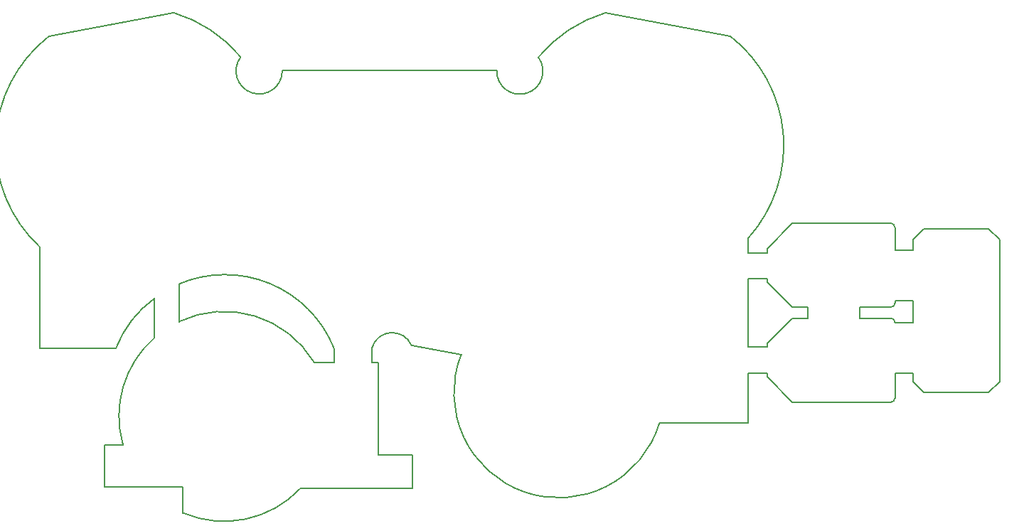
<source format=gm1>
G04 #@! TF.GenerationSoftware,KiCad,Pcbnew,(6.0.8)*
G04 #@! TF.CreationDate,2023-07-21T17:02:47-07:00*
G04 #@! TF.ProjectId,jesnet_proto_1,6a65736e-6574-45f7-9072-6f746f5f312e,rev?*
G04 #@! TF.SameCoordinates,Original*
G04 #@! TF.FileFunction,Profile,NP*
%FSLAX46Y46*%
G04 Gerber Fmt 4.6, Leading zero omitted, Abs format (unit mm)*
G04 Created by KiCad (PCBNEW (6.0.8)) date 2023-07-21 17:02:47*
%MOMM*%
%LPD*%
G01*
G04 APERTURE LIST*
G04 #@! TA.AperFunction,Profile*
%ADD10C,0.130000*%
G04 #@! TD*
G04 APERTURE END LIST*
D10*
X79776143Y-78217062D02*
X79785368Y-81342958D01*
X112917831Y-62457526D02*
G75*
G03*
X136519760Y-70633576I11629199J-4583864D01*
G01*
X166710000Y-48820000D02*
X166700000Y-50010000D01*
X149360000Y-61150000D02*
X149360000Y-61550000D01*
X164060000Y-58150000D02*
X160390000Y-58150000D01*
X147071172Y-48633575D02*
G75*
G03*
X144985464Y-24582147I-12250002J11053845D01*
G01*
X149360000Y-64670000D02*
X149360000Y-65150000D01*
X86665819Y-27036703D02*
G75*
G03*
X78696173Y-21769731I-12692619J-10542597D01*
G01*
X91608663Y-28669731D02*
X117150246Y-28669731D01*
X149360000Y-53840000D02*
X152360000Y-56840000D01*
X63808939Y-24582563D02*
X78696173Y-21769731D01*
X152360000Y-68150000D02*
X164060000Y-68150000D01*
X62774173Y-61696731D02*
X62774173Y-49696731D01*
X97757576Y-61696731D02*
X97770000Y-63410000D01*
X71820000Y-61696731D02*
X62774173Y-61696731D01*
X149360000Y-49840000D02*
X149360000Y-50360000D01*
X107006844Y-61415230D02*
G75*
G03*
X102288462Y-61696731I-2310644J-954470D01*
G01*
X103073857Y-78410000D02*
X107073857Y-78410000D01*
X164560000Y-47340000D02*
G75*
G03*
X164060000Y-46840000I-500000J0D01*
G01*
X112917836Y-62457528D02*
X107006794Y-61415251D01*
X166710000Y-48820000D02*
X168010000Y-47520000D01*
X152360000Y-56840000D02*
X154220000Y-56840000D01*
X177010000Y-65720000D02*
X175710000Y-67020000D01*
X154220000Y-56840000D02*
X154220000Y-58150000D01*
X76419998Y-60459998D02*
G75*
G03*
X72649242Y-73217062I8126912J-9337982D01*
G01*
X149360000Y-53410000D02*
X147100000Y-53410000D01*
X79785369Y-81342956D02*
G75*
G03*
X93788294Y-78410000I4900001J11499566D01*
G01*
X117150247Y-28669731D02*
G75*
G03*
X122099305Y-27072396I2749483J-53229D01*
G01*
X130098223Y-21770097D02*
G75*
G03*
X122099305Y-27072396I4722977J-15809603D01*
G01*
X149360000Y-53410000D02*
X149360000Y-53840000D01*
X164565000Y-50050000D02*
X164560000Y-47340000D01*
X152360000Y-58150000D02*
X154220000Y-58150000D01*
X97770000Y-63410000D02*
X95402713Y-63410000D01*
X164060000Y-46840000D02*
X152360000Y-46840000D01*
X149360000Y-61150000D02*
X152360000Y-58150000D01*
X76420000Y-55770000D02*
X76420000Y-60460000D01*
X63808939Y-24582563D02*
G75*
G03*
X62774173Y-49696731I10163949J-12997181D01*
G01*
X86665835Y-27036681D02*
G75*
G03*
X91608663Y-28669731I2192965J-1659319D01*
G01*
X160390000Y-56840000D02*
X164060000Y-56840000D01*
X70476143Y-73217062D02*
X70476143Y-78217062D01*
X97757572Y-61696733D02*
G75*
G03*
X79300000Y-54080000I-12967292J-5251127D01*
G01*
X107073857Y-78410000D02*
X107073857Y-74410000D01*
X175710000Y-47520000D02*
X177010000Y-48820000D01*
X166710000Y-64700000D02*
X166710000Y-65720000D01*
X107073857Y-74410000D02*
X103073857Y-74410000D01*
X102290000Y-63430000D02*
X103073857Y-63410000D01*
X93788294Y-78410000D02*
X103073857Y-78410000D01*
X164560000Y-58650000D02*
G75*
G03*
X164060000Y-58150000I-500000J0D01*
G01*
X175710000Y-47520000D02*
X168010000Y-47520000D01*
X164565000Y-50050000D02*
X166700000Y-50010000D01*
X72649242Y-73217062D02*
X70476143Y-73217062D01*
X149360000Y-64670000D02*
X147080000Y-64670000D01*
X164060000Y-56840000D02*
G75*
G03*
X164560000Y-56340000I0J500000D01*
G01*
X164060000Y-68150000D02*
G75*
G03*
X164560000Y-67650000I0J500000D01*
G01*
X149360000Y-61550000D02*
X147110000Y-61550000D01*
X79300000Y-54080000D02*
X79300000Y-58560000D01*
X147080000Y-64670000D02*
X147071173Y-70633576D01*
X168010000Y-67020000D02*
X175710000Y-67020000D01*
X164560000Y-67650000D02*
X164560000Y-64720000D01*
X149360000Y-65150000D02*
X152360000Y-68150000D01*
X102288462Y-61696731D02*
X102290000Y-63430000D01*
X95402701Y-63410007D02*
G75*
G03*
X79300000Y-58560000I-10719701J-6434293D01*
G01*
X168010000Y-67020000D02*
X166710000Y-65720000D01*
X130098230Y-21770120D02*
X144985464Y-24582147D01*
X149360000Y-49840000D02*
X152360000Y-46840000D01*
X166680000Y-56030000D02*
X166680000Y-58650000D01*
X149360000Y-50360000D02*
X147070000Y-50370000D01*
X70476143Y-78217062D02*
X79776143Y-78217062D01*
X147100000Y-53410000D02*
X147110000Y-61550000D01*
X164560000Y-56030000D02*
X166680000Y-56030000D01*
X164560000Y-64720000D02*
X166710000Y-64700000D01*
X164560000Y-56030000D02*
X164560000Y-56340000D01*
X103073857Y-74410000D02*
X103073857Y-63410000D01*
X147071173Y-70633576D02*
X136519760Y-70633576D01*
X177010000Y-65720000D02*
X177010000Y-48820000D01*
X164560000Y-58650000D02*
X166680000Y-58650000D01*
X76420002Y-55770003D02*
G75*
G03*
X71820000Y-61696731I7704098J-10727997D01*
G01*
X160390000Y-56840000D02*
X160390000Y-58150000D01*
X147070000Y-50370000D02*
X147071173Y-48633576D01*
M02*

</source>
